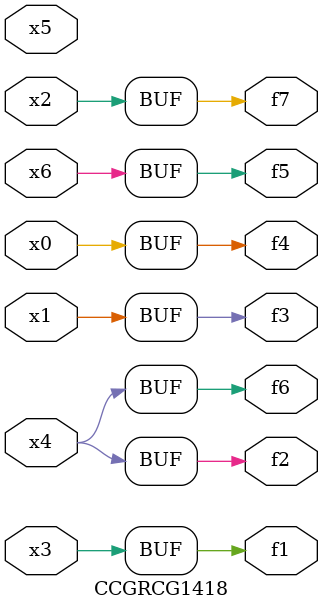
<source format=v>
module CCGRCG1418(
	input x0, x1, x2, x3, x4, x5, x6,
	output f1, f2, f3, f4, f5, f6, f7
);
	assign f1 = x3;
	assign f2 = x4;
	assign f3 = x1;
	assign f4 = x0;
	assign f5 = x6;
	assign f6 = x4;
	assign f7 = x2;
endmodule

</source>
